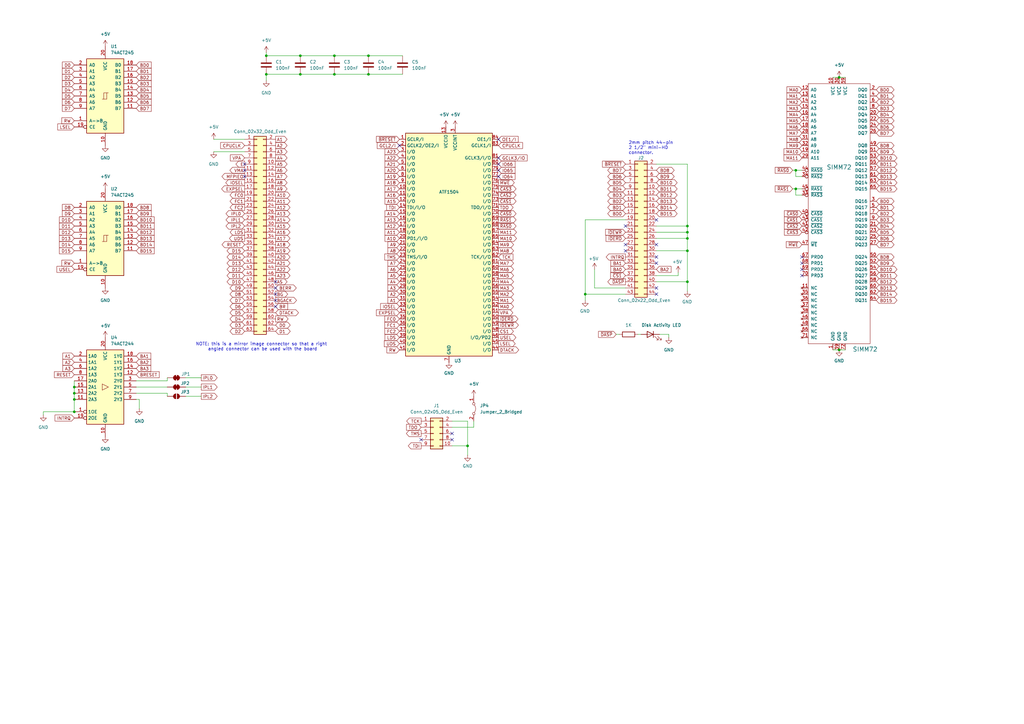
<source format=kicad_sch>
(kicad_sch (version 20231120) (generator "eeschema") (generator_version "8.0")
  (paper "A3")
  (title_block (title "ROSCO-IDE-DRAM") (date "2024-04-21") (company "Malcolm Harrow, MIT license, from work by Mark Murray"))
  (junction (at 123.19 30.48))
  (junction (at 281.94 102.87))
  (junction (at 109.22 30.48))
  (junction (at 123.19 22.86))
  (junction (at 344.17 143.51))
  (junction (at 30.48 161.29))
  (junction (at 151.13 30.48))
  (junction (at 326.39 77.47))
  (junction (at 30.48 158.75))
  (junction (at 109.22 22.86))
  (junction (at 137.16 30.48))
  (junction (at 281.94 115.57))
  (junction (at 281.94 97.79))
  (junction (at 281.94 92.71))
  (junction (at 191.77 182.88))
  (junction (at 151.13 22.86))
  (junction (at 326.39 69.85))
  (junction (at 30.48 168.91))
  (junction (at 137.16 22.86))
  (junction (at 344.17 31.75))
  (junction (at 240.03 120.65))
  (junction (at 30.48 163.83))
  (junction (at 281.94 95.25))
  (no_connect (at 163.83 59.69))
  (no_connect (at 269.24 120.65))
  (no_connect (at 269.24 105.41))
  (no_connect (at 204.47 69.85))
  (no_connect (at 100.33 67.31))
  (no_connect (at 113.03 123.19))
  (no_connect (at 328.93 107.95))
  (no_connect (at 269.24 118.11))
  (no_connect (at 256.54 92.71))
  (no_connect (at 113.03 115.57))
  (no_connect (at 269.24 107.95))
  (no_connect (at 172.72 180.34))
  (no_connect (at 256.54 102.87))
  (no_connect (at 113.03 118.11))
  (no_connect (at 100.33 72.39))
  (no_connect (at 256.54 100.33))
  (no_connect (at 328.93 105.41))
  (no_connect (at 100.33 69.85))
  (no_connect (at 113.03 125.73))
  (no_connect (at 185.42 180.34))
  (no_connect (at 269.24 100.33))
  (no_connect (at 204.47 64.77))
  (no_connect (at 269.24 90.17))
  (no_connect (at 328.93 110.49))
  (no_connect (at 204.47 67.31))
  (no_connect (at 185.42 177.8))
  (no_connect (at 204.47 72.39))
  (no_connect (at 113.03 120.65))
  (no_connect (at 328.93 113.03))
  (no_connect (at 204.47 57.15))
  (wire (pts (xy 262.89 137.16) (xy 261.62 137.16)))
  (wire (pts (xy 341.63 31.75) (xy 344.17 31.75)))
  (wire (pts (xy 344.17 31.75) (xy 346.71 31.75)))
  (wire (pts (xy 269.24 95.25) (xy 281.94 95.25)))
  (wire (pts (xy 68.58 161.29) (xy 55.88 161.29)))
  (wire (pts (xy 30.48 161.29) (xy 30.48 163.83)))
  (wire (pts (xy 326.39 80.01) (xy 328.93 80.01)))
  (wire (pts (xy 137.16 30.48) (xy 151.13 30.48)))
  (wire (pts (xy 68.58 162.56) (xy 68.58 161.29)))
  (wire (pts (xy 76.2 162.56) (xy 82.55 162.56)))
  (wire (pts (xy 281.94 97.79) (xy 281.94 102.87)))
  (wire (pts (xy 281.94 92.71) (xy 281.94 67.31)))
  (wire (pts (xy 30.48 168.91) (xy 17.78 168.91)))
  (wire (pts (xy 240.03 120.65) (xy 240.03 123.19)))
  (wire (pts (xy 281.94 115.57) (xy 281.94 119.38)))
  (wire (pts (xy 252.73 137.16) (xy 254 137.16)))
  (wire (pts (xy 68.58 154.94) (xy 68.58 156.21)))
  (wire (pts (xy 269.24 97.79) (xy 281.94 97.79)))
  (wire (pts (xy 151.13 30.48) (xy 165.1 30.48)))
  (wire (pts (xy 328.93 77.47) (xy 326.39 77.47)))
  (wire (pts (xy 269.24 92.71) (xy 281.94 92.71)))
  (wire (pts (xy 109.22 21.59) (xy 109.22 22.86)))
  (wire (pts (xy 123.19 22.86) (xy 137.16 22.86)))
  (wire (pts (xy 256.54 120.65) (xy 240.03 120.65)))
  (wire (pts (xy 243.84 110.49) (xy 243.84 118.11)))
  (wire (pts (xy 281.94 95.25) (xy 281.94 92.71)))
  (wire (pts (xy 269.24 102.87) (xy 281.94 102.87)))
  (wire (pts (xy 68.58 156.21) (xy 55.88 156.21)))
  (wire (pts (xy 325.12 69.85) (xy 326.39 69.85)))
  (wire (pts (xy 325.12 77.47) (xy 326.39 77.47)))
  (wire (pts (xy 326.39 77.47) (xy 326.39 80.01)))
  (wire (pts (xy 328.93 72.39) (xy 326.39 72.39)))
  (wire (pts (xy 30.48 158.75) (xy 30.48 161.29)))
  (wire (pts (xy 137.16 22.86) (xy 151.13 22.86)))
  (wire (pts (xy 269.24 115.57) (xy 281.94 115.57)))
  (wire (pts (xy 278.13 113.03) (xy 278.13 111.76)))
  (wire (pts (xy 243.84 118.11) (xy 256.54 118.11)))
  (wire (pts (xy 55.88 158.75) (xy 68.58 158.75)))
  (wire (pts (xy 109.22 22.86) (xy 123.19 22.86)))
  (wire (pts (xy 194.31 175.26) (xy 185.42 175.26)))
  (wire (pts (xy 76.2 158.75) (xy 82.55 158.75)))
  (wire (pts (xy 30.48 156.21) (xy 30.48 158.75)))
  (wire (pts (xy 17.78 168.91) (xy 17.78 170.18)))
  (wire (pts (xy 344.17 143.51) (xy 346.71 143.51)))
  (wire (pts (xy 270.51 137.16) (xy 274.32 137.16)))
  (wire (pts (xy 281.94 67.31) (xy 269.24 67.31)))
  (wire (pts (xy 274.32 137.16) (xy 274.32 138.43)))
  (wire (pts (xy 109.22 30.48) (xy 109.22 33.02)))
  (wire (pts (xy 76.2 154.94) (xy 82.55 154.94)))
  (wire (pts (xy 281.94 115.57) (xy 281.94 102.87)))
  (wire (pts (xy 281.94 97.79) (xy 281.94 95.25)))
  (wire (pts (xy 55.88 163.83) (xy 57.15 163.83)))
  (wire (pts (xy 326.39 72.39) (xy 326.39 69.85)))
  (wire (pts (xy 191.77 182.88) (xy 191.77 186.69)))
  (wire (pts (xy 194.31 172.72) (xy 194.31 175.26)))
  (wire (pts (xy 256.54 90.17) (xy 240.03 90.17)))
  (wire (pts (xy 100.33 62.23) (xy 87.63 62.23)))
  (wire (pts (xy 191.77 172.72) (xy 191.77 182.88)))
  (wire (pts (xy 100.33 57.15) (xy 87.63 57.15)))
  (wire (pts (xy 326.39 69.85) (xy 328.93 69.85)))
  (wire (pts (xy 240.03 90.17) (xy 240.03 120.65)))
  (wire (pts (xy 341.63 143.51) (xy 344.17 143.51)))
  (wire (pts (xy 269.24 113.03) (xy 278.13 113.03)))
  (wire (pts (xy 185.42 182.88) (xy 191.77 182.88)))
  (wire (pts (xy 123.19 30.48) (xy 137.16 30.48)))
  (wire (pts (xy 57.15 167.64) (xy 57.15 163.83)))
  (wire (pts (xy 30.48 163.83) (xy 30.48 168.91)))
  (wire (pts (xy 109.22 30.48) (xy 123.19 30.48)))
  (wire (pts (xy 185.42 172.72) (xy 191.77 172.72)))
  (wire (pts (xy 151.13 22.86) (xy 165.1 22.86)))
  (text "2mm pitch 44-pin\n2 1/2\" mini-HD\nconnector." (at 257.81 63.5 0) (effects (font (size 1.27 1.27)) (justify left bottom)))
  (text "NOTE: this is a mirror image connector so that a right \nangled connector can be used with the board" (at 107.696 142.24 0) (effects (font (size 1.27 1.27))))
  (global_label "GCL2{slash}I" (shape input) (at 163.83 59.69 180) (property "Intersheetrefs" "${INTERSHEET_REFS}" (effects (hide yes))))
  (global_label "D0" (shape bidirectional) (at 113.03 133.35 0) (property "Intersheetrefs" "${INTERSHEET_REFS}" (effects (hide yes))))
  (global_label "BD1" (shape bidirectional) (at 359.41 39.37 0) (property "Intersheetrefs" "${INTERSHEET_REFS}" (effects (hide yes))))
  (global_label "UDS" (shape input) (at 163.83 140.97 180) (property "Intersheetrefs" "${INTERSHEET_REFS}" (effects (hide yes))))
  (global_label "BA3" (shape input) (at 55.88 151.13 0) (property "Intersheetrefs" "${INTERSHEET_REFS}" (effects (hide yes))))
  (global_label "IO65" (shape input) (at 204.47 69.85 0) (property "Intersheetrefs" "${INTERSHEET_REFS}" (effects (hide yes))))
  (global_label "BD7" (shape bidirectional) (at 256.54 69.85 180) (property "Intersheetrefs" "${INTERSHEET_REFS}" (effects (hide yes))))
  (global_label "TCK" (shape output) (at 172.72 172.72 180) (property "Intersheetrefs" "${INTERSHEET_REFS}" (effects (hide yes))))
  (global_label "D11" (shape bidirectional) (at 100.33 113.03 180) (property "Intersheetrefs" "${INTERSHEET_REFS}" (effects (hide yes))))
  (global_label "~{RAS1}" (shape output) (at 204.47 90.17 0) (property "Intersheetrefs" "${INTERSHEET_REFS}" (effects (hide yes))))
  (global_label "A3" (shape input) (at 163.83 118.11 180) (property "Intersheetrefs" "${INTERSHEET_REFS}" (effects (hide yes))))
  (global_label "D14" (shape bidirectional) (at 100.33 105.41 180) (property "Intersheetrefs" "${INTERSHEET_REFS}" (effects (hide yes))))
  (global_label "~{DASP}" (shape output) (at 256.54 115.57 180) (property "Intersheetrefs" "${INTERSHEET_REFS}" (effects (hide yes))))
  (global_label "FC1" (shape input) (at 163.83 133.35 180) (property "Intersheetrefs" "${INTERSHEET_REFS}" (effects (hide yes))))
  (global_label "MA5" (shape input) (at 328.93 49.53 180) (property "Intersheetrefs" "${INTERSHEET_REFS}" (effects (hide yes))))
  (global_label "A16" (shape input) (at 163.83 80.01 180) (property "Intersheetrefs" "${INTERSHEET_REFS}" (effects (hide yes))))
  (global_label "BGACK" (shape output) (at 113.03 123.19 0) (property "Intersheetrefs" "${INTERSHEET_REFS}" (effects (hide yes))))
  (global_label "~{CAS2}" (shape input) (at 328.93 92.71 180) (property "Intersheetrefs" "${INTERSHEET_REFS}" (effects (hide yes))))
  (global_label "A10" (shape output) (at 113.03 80.01 0) (property "Intersheetrefs" "${INTERSHEET_REFS}" (effects (hide yes))))
  (global_label "A20" (shape input) (at 163.83 69.85 180) (property "Intersheetrefs" "${INTERSHEET_REFS}" (effects (hide yes))))
  (global_label "BD3" (shape bidirectional) (at 256.54 80.01 180) (property "Intersheetrefs" "${INTERSHEET_REFS}" (effects (hide yes))))
  (global_label "A9" (shape input) (at 163.83 100.33 180) (property "Intersheetrefs" "${INTERSHEET_REFS}" (effects (hide yes))))
  (global_label "FC1" (shape output) (at 100.33 82.55 180) (property "Intersheetrefs" "${INTERSHEET_REFS}" (effects (hide yes))))
  (global_label "RW" (shape input) (at 30.48 49.53 180) (property "Intersheetrefs" "${INTERSHEET_REFS}" (effects (hide yes))))
  (global_label "MA6" (shape output) (at 204.47 110.49 0) (property "Intersheetrefs" "${INTERSHEET_REFS}" (effects (hide yes))))
  (global_label "RW" (shape input) (at 30.48 107.95 180) (property "Intersheetrefs" "${INTERSHEET_REFS}" (effects (hide yes))))
  (global_label "BRESET" (shape input) (at 55.88 153.67 0) (property "Intersheetrefs" "${INTERSHEET_REFS}" (effects (hide yes))))
  (global_label "IOSEL" (shape input) (at 163.83 125.73 180) (property "Intersheetrefs" "${INTERSHEET_REFS}" (effects (hide yes))))
  (global_label "~{RAS1}" (shape input) (at 325.12 77.47 180) (property "Intersheetrefs" "${INTERSHEET_REFS}" (effects (hide yes))))
  (global_label "A14" (shape input) (at 163.83 87.63 180) (property "Intersheetrefs" "${INTERSHEET_REFS}" (effects (hide yes))))
  (global_label "BD12" (shape bidirectional) (at 359.41 115.57 0) (property "Intersheetrefs" "${INTERSHEET_REFS}" (effects (hide yes))))
  (global_label "MA9" (shape output) (at 204.47 100.33 0) (property "Intersheetrefs" "${INTERSHEET_REFS}" (effects (hide yes))))
  (global_label "TDO" (shape output) (at 204.47 85.09 0) (property "Intersheetrefs" "${INTERSHEET_REFS}" (effects (hide yes))))
  (global_label "A5" (shape input) (at 163.83 113.03 180) (property "Intersheetrefs" "${INTERSHEET_REFS}" (effects (hide yes))))
  (global_label "EXPSEL" (shape input) (at 163.83 128.27 180) (property "Intersheetrefs" "${INTERSHEET_REFS}" (effects (hide yes))))
  (global_label "A5" (shape output) (at 113.03 67.31 0) (property "Intersheetrefs" "${INTERSHEET_REFS}" (effects (hide yes))))
  (global_label "BD0" (shape bidirectional) (at 256.54 87.63 180) (property "Intersheetrefs" "${INTERSHEET_REFS}" (effects (hide yes))))
  (global_label "D3" (shape bidirectional) (at 100.33 133.35 180) (property "Intersheetrefs" "${INTERSHEET_REFS}" (effects (hide yes))))
  (global_label "MA4" (shape output) (at 204.47 115.57 0) (property "Intersheetrefs" "${INTERSHEET_REFS}" (effects (hide yes))))
  (global_label "A1" (shape input) (at 163.83 123.19 180) (property "Intersheetrefs" "${INTERSHEET_REFS}" (effects (hide yes))))
  (global_label "IOSEL" (shape output) (at 100.33 74.93 180) (property "Intersheetrefs" "${INTERSHEET_REFS}" (effects (hide yes))))
  (global_label "BD3" (shape bidirectional) (at 359.41 44.45 0) (property "Intersheetrefs" "${INTERSHEET_REFS}" (effects (hide yes))))
  (global_label "BA2" (shape input) (at 269.24 110.49 0) (property "Intersheetrefs" "${INTERSHEET_REFS}" (effects (hide yes))))
  (global_label "A8" (shape output) (at 113.03 74.93 0) (property "Intersheetrefs" "${INTERSHEET_REFS}" (effects (hide yes))))
  (global_label "LSEL" (shape input) (at 30.48 52.07 180) (property "Intersheetrefs" "${INTERSHEET_REFS}" (effects (hide yes))))
  (global_label "IPL0" (shape tri_state) (at 100.33 87.63 180) (property "Intersheetrefs" "${INTERSHEET_REFS}" (effects (hide yes))))
  (global_label "CPUCLK" (shape input) (at 204.47 59.69 0) (property "Intersheetrefs" "${INTERSHEET_REFS}" (effects (hide yes))))
  (global_label "~{CAS3}" (shape input) (at 328.93 95.25 180) (property "Intersheetrefs" "${INTERSHEET_REFS}" (effects (hide yes))))
  (global_label "D4" (shape input) (at 30.48 36.83 180) (property "Intersheetrefs" "${INTERSHEET_REFS}" (effects (hide yes))))
  (global_label "A9" (shape output) (at 113.03 77.47 0) (property "Intersheetrefs" "${INTERSHEET_REFS}" (effects (hide yes))))
  (global_label "IPL2" (shape output) (at 82.55 162.56 0) (property "Intersheetrefs" "${INTERSHEET_REFS}" (effects (hide yes))))
  (global_label "A16" (shape output) (at 113.03 95.25 0) (property "Intersheetrefs" "${INTERSHEET_REFS}" (effects (hide yes))))
  (global_label "BR" (shape input) (at 113.03 125.73 0) (property "Intersheetrefs" "${INTERSHEET_REFS}" (effects (hide yes))))
  (global_label "MA4" (shape input) (at 328.93 46.99 180) (property "Intersheetrefs" "${INTERSHEET_REFS}" (effects (hide yes))))
  (global_label "D6" (shape bidirectional) (at 100.33 125.73 180) (property "Intersheetrefs" "${INTERSHEET_REFS}" (effects (hide yes))))
  (global_label "VPA" (shape input) (at 100.33 64.77 180) (property "Intersheetrefs" "${INTERSHEET_REFS}" (effects (hide yes))))
  (global_label "IO66" (shape input) (at 204.47 67.31 0) (property "Intersheetrefs" "${INTERSHEET_REFS}" (effects (hide yes))))
  (global_label "MA7" (shape output) (at 204.47 107.95 0) (property "Intersheetrefs" "${INTERSHEET_REFS}" (effects (hide yes))))
  (global_label "BA0" (shape input) (at 256.54 110.49 180) (property "Intersheetrefs" "${INTERSHEET_REFS}" (effects (hide yes))))
  (global_label "BD7" (shape bidirectional) (at 359.41 54.61 0) (property "Intersheetrefs" "${INTERSHEET_REFS}" (effects (hide yes))))
  (global_label "BD12" (shape bidirectional) (at 359.41 69.85 0) (property "Intersheetrefs" "${INTERSHEET_REFS}" (effects (hide yes))))
  (global_label "BD10" (shape bidirectional) (at 269.24 74.93 0) (property "Intersheetrefs" "${INTERSHEET_REFS}" (effects (hide yes))))
  (global_label "BD11" (shape bidirectional) (at 359.41 67.31 0) (property "Intersheetrefs" "${INTERSHEET_REFS}" (effects (hide yes))))
  (global_label "BD0" (shape input) (at 55.88 26.67 0) (property "Intersheetrefs" "${INTERSHEET_REFS}" (effects (hide yes))))
  (global_label "D15" (shape bidirectional) (at 100.33 102.87 180) (property "Intersheetrefs" "${INTERSHEET_REFS}" (effects (hide yes))))
  (global_label "BD14" (shape bidirectional) (at 359.41 120.65 0) (property "Intersheetrefs" "${INTERSHEET_REFS}" (effects (hide yes))))
  (global_label "~{BRESET}" (shape input) (at 256.54 67.31 180) (property "Intersheetrefs" "${INTERSHEET_REFS}" (effects (hide yes))))
  (global_label "~{CS1}" (shape input) (at 256.54 113.03 180) (property "Intersheetrefs" "${INTERSHEET_REFS}" (effects (hide yes))))
  (global_label "~{IDEWR}" (shape output) (at 204.47 133.35 0) (property "Intersheetrefs" "${INTERSHEET_REFS}" (effects (hide yes))))
  (global_label "RESET" (shape bidirectional) (at 100.33 100.33 180) (property "Intersheetrefs" "${INTERSHEET_REFS}" (effects (hide yes))))
  (global_label "~{DASP}" (shape input) (at 252.73 137.16 180) (property "Intersheetrefs" "${INTERSHEET_REFS}" (effects (hide yes))))
  (global_label "USEL" (shape input) (at 30.48 110.49 180) (property "Intersheetrefs" "${INTERSHEET_REFS}" (effects (hide yes))))
  (global_label "A20" (shape output) (at 113.03 105.41 0) (property "Intersheetrefs" "${INTERSHEET_REFS}" (effects (hide yes))))
  (global_label "VPA" (shape output) (at 204.47 128.27 0) (property "Intersheetrefs" "${INTERSHEET_REFS}" (effects (hide yes))))
  (global_label "A23" (shape input) (at 163.83 62.23 180) (property "Intersheetrefs" "${INTERSHEET_REFS}" (effects (hide yes))))
  (global_label "BD5" (shape input) (at 55.88 39.37 0) (property "Intersheetrefs" "${INTERSHEET_REFS}" (effects (hide yes))))
  (global_label "A19" (shape input) (at 163.83 72.39 180) (property "Intersheetrefs" "${INTERSHEET_REFS}" (effects (hide yes))))
  (global_label "BG" (shape output) (at 113.03 120.65 0) (property "Intersheetrefs" "${INTERSHEET_REFS}" (effects (hide yes))))
  (global_label "D12" (shape bidirectional) (at 100.33 110.49 180) (property "Intersheetrefs" "${INTERSHEET_REFS}" (effects (hide yes))))
  (global_label "MA11" (shape input) (at 328.93 64.77 180) (property "Intersheetrefs" "${INTERSHEET_REFS}" (effects (hide yes))))
  (global_label "BD8" (shape bidirectional) (at 359.41 59.69 0) (property "Intersheetrefs" "${INTERSHEET_REFS}" (effects (hide yes))))
  (global_label "D5" (shape bidirectional) (at 100.33 128.27 180) (property "Intersheetrefs" "${INTERSHEET_REFS}" (effects (hide yes))))
  (global_label "MA1" (shape input) (at 328.93 39.37 180) (property "Intersheetrefs" "${INTERSHEET_REFS}" (effects (hide yes))))
  (global_label "EXPSEL" (shape output) (at 100.33 77.47 180) (property "Intersheetrefs" "${INTERSHEET_REFS}" (effects (hide yes))))
  (global_label "IPL0" (shape output) (at 82.55 154.94 0) (property "Intersheetrefs" "${INTERSHEET_REFS}" (effects (hide yes))))
  (global_label "MA8" (shape output) (at 204.47 102.87 0) (property "Intersheetrefs" "${INTERSHEET_REFS}" (effects (hide yes))))
  (global_label "BD1" (shape input) (at 55.88 29.21 0) (property "Intersheetrefs" "${INTERSHEET_REFS}" (effects (hide yes))))
  (global_label "A19" (shape output) (at 113.03 102.87 0) (property "Intersheetrefs" "${INTERSHEET_REFS}" (effects (hide yes))))
  (global_label "A11" (shape output) (at 113.03 82.55 0) (property "Intersheetrefs" "${INTERSHEET_REFS}" (effects (hide yes))))
  (global_label "A11" (shape input) (at 163.83 95.25 180) (property "Intersheetrefs" "${INTERSHEET_REFS}" (effects (hide yes))))
  (global_label "BD11" (shape bidirectional) (at 269.24 77.47 0) (property "Intersheetrefs" "${INTERSHEET_REFS}" (effects (hide yes))))
  (global_label "LDS" (shape output) (at 100.33 95.25 180) (property "Intersheetrefs" "${INTERSHEET_REFS}" (effects (hide yes))))
  (global_label "LSEL" (shape output) (at 204.47 140.97 0) (property "Intersheetrefs" "${INTERSHEET_REFS}" (effects (hide yes))))
  (global_label "MA0" (shape input) (at 328.93 36.83 180) (property "Intersheetrefs" "${INTERSHEET_REFS}" (effects (hide yes))))
  (global_label "BD1" (shape bidirectional) (at 359.41 85.09 0) (property "Intersheetrefs" "${INTERSHEET_REFS}" (effects (hide yes))))
  (global_label "A3" (shape input) (at 30.48 151.13 180) (property "Intersheetrefs" "${INTERSHEET_REFS}" (effects (hide yes))))
  (global_label "D12" (shape input) (at 30.48 95.25 180) (property "Intersheetrefs" "${INTERSHEET_REFS}" (effects (hide yes))))
  (global_label "BD15" (shape input) (at 55.88 102.87 0) (property "Intersheetrefs" "${INTERSHEET_REFS}" (effects (hide yes))))
  (global_label "D9" (shape input) (at 30.48 87.63 180) (property "Intersheetrefs" "${INTERSHEET_REFS}" (effects (hide yes))))
  (global_label "D11" (shape input) (at 30.48 92.71 180) (property "Intersheetrefs" "${INTERSHEET_REFS}" (effects (hide yes))))
  (global_label "BD7" (shape bidirectional) (at 359.41 100.33 0) (property "Intersheetrefs" "${INTERSHEET_REFS}" (effects (hide yes))))
  (global_label "TDI" (shape input) (at 163.83 85.09 180) (property "Intersheetrefs" "${INTERSHEET_REFS}" (effects (hide yes))))
  (global_label "A4" (shape input) (at 163.83 115.57 180) (property "Intersheetrefs" "${INTERSHEET_REFS}" (effects (hide yes))))
  (global_label "IO64" (shape input) (at 204.47 72.39 0) (property "Intersheetrefs" "${INTERSHEET_REFS}" (effects (hide yes))))
  (global_label "FC0" (shape input) (at 163.83 130.81 180) (property "Intersheetrefs" "${INTERSHEET_REFS}" (effects (hide yes))))
  (global_label "~{CAS3}" (shape output) (at 204.47 77.47 0) (property "Intersheetrefs" "${INTERSHEET_REFS}" (effects (hide yes))))
  (global_label "MA1" (shape output) (at 204.47 123.19 0) (property "Intersheetrefs" "${INTERSHEET_REFS}" (effects (hide yes))))
  (global_label "BD8" (shape input) (at 55.88 85.09 0) (property "Intersheetrefs" "${INTERSHEET_REFS}" (effects (hide yes))))
  (global_label "BD11" (shape input) (at 55.88 92.71 0) (property "Intersheetrefs" "${INTERSHEET_REFS}" (effects (hide yes))))
  (global_label "DTACK" (shape output) (at 204.47 143.51 0) (property "Intersheetrefs" "${INTERSHEET_REFS}" (effects (hide yes))))
  (global_label "A15" (shape output) (at 113.03 92.71 0) (property "Intersheetrefs" "${INTERSHEET_REFS}" (effects (hide yes))))
  (global_label "OE1{slash}I" (shape input) (at 204.47 57.15 0) (property "Intersheetrefs" "${INTERSHEET_REFS}" (effects (hide yes))))
  (global_label "A3" (shape output) (at 113.03 62.23 0) (property "Intersheetrefs" "${INTERSHEET_REFS}" (effects (hide yes))))
  (global_label "D7" (shape input) (at 30.48 44.45 180) (property "Intersheetrefs" "${INTERSHEET_REFS}" (effects (hide yes))))
  (global_label "UDS" (shape output) (at 100.33 97.79 180) (property "Intersheetrefs" "${INTERSHEET_REFS}" (effects (hide yes))))
  (global_label "A18" (shape input) (at 163.83 74.93 180) (property "Intersheetrefs" "${INTERSHEET_REFS}" (effects (hide yes))))
  (global_label "IPL1" (shape output) (at 82.55 158.75 0) (property "Intersheetrefs" "${INTERSHEET_REFS}" (effects (hide yes))))
  (global_label "A14" (shape output) (at 113.03 90.17 0) (property "Intersheetrefs" "${INTERSHEET_REFS}" (effects (hide yes))))
  (global_label "~{IDERD}" (shape output) (at 204.47 130.81 0) (property "Intersheetrefs" "${INTERSHEET_REFS}" (effects (hide yes))))
  (global_label "~{RAS0}" (shape output) (at 204.47 92.71 0) (property "Intersheetrefs" "${INTERSHEET_REFS}" (effects (hide yes))))
  (global_label "MA10" (shape input) (at 328.93 62.23 180) (property "Intersheetrefs" "${INTERSHEET_REFS}" (effects (hide yes))))
  (global_label "BD9" (shape input) (at 55.88 87.63 0) (property "Intersheetrefs" "${INTERSHEET_REFS}" (effects (hide yes))))
  (global_label "~{MWE}" (shape input) (at 328.93 100.33 180) (property "Intersheetrefs" "${INTERSHEET_REFS}" (effects (hide yes))))
  (global_label "LDS" (shape input) (at 163.83 138.43 180) (property "Intersheetrefs" "${INTERSHEET_REFS}" (effects (hide yes))))
  (global_label "BD10" (shape bidirectional) (at 359.41 110.49 0) (property "Intersheetrefs" "${INTERSHEET_REFS}" (effects (hide yes))))
  (global_label "MA10" (shape output) (at 204.47 97.79 0) (property "Intersheetrefs" "${INTERSHEET_REFS}" (effects (hide yes))))
  (global_label "INTRQ" (shape output) (at 256.54 105.41 180) (property "Intersheetrefs" "${INTERSHEET_REFS}" (effects (hide yes))))
  (global_label "BD4" (shape input) (at 55.88 36.83 0) (property "Intersheetrefs" "${INTERSHEET_REFS}" (effects (hide yes))))
  (global_label "~{RAS0}" (shape input) (at 325.12 69.85 180) (property "Intersheetrefs" "${INTERSHEET_REFS}" (effects (hide yes))))
  (global_label "A7" (shape input) (at 163.83 107.95 180) (property "Intersheetrefs" "${INTERSHEET_REFS}" (effects (hide yes))))
  (global_label "TMS" (shape output) (at 172.72 177.8 180) (property "Intersheetrefs" "${INTERSHEET_REFS}" (effects (hide yes))))
  (global_label "A21" (shape input) (at 163.83 67.31 180) (property "Intersheetrefs" "${INTERSHEET_REFS}" (effects (hide yes))))
  (global_label "BD0" (shape bidirectional) (at 359.41 36.83 0) (property "Intersheetrefs" "${INTERSHEET_REFS}" (effects (hide yes))))
  (global_label "MA3" (shape input) (at 328.93 44.45 180) (property "Intersheetrefs" "${INTERSHEET_REFS}" (effects (hide yes))))
  (global_label "BD13" (shape input) (at 55.88 97.79 0) (property "Intersheetrefs" "${INTERSHEET_REFS}" (effects (hide yes))))
  (global_label "A6" (shape input) (at 163.83 110.49 180) (property "Intersheetrefs" "${INTERSHEET_REFS}" (effects (hide yes))))
  (global_label "D8" (shape input) (at 30.48 85.09 180) (property "Intersheetrefs" "${INTERSHEET_REFS}" (effects (hide yes))))
  (global_label "MA0" (shape output) (at 204.47 125.73 0) (property "Intersheetrefs" "${INTERSHEET_REFS}" (effects (hide yes))))
  (global_label "D2" (shape input) (at 30.48 31.75 180) (property "Intersheetrefs" "${INTERSHEET_REFS}" (effects (hide yes))))
  (global_label "BD15" (shape bidirectional) (at 359.41 77.47 0) (property "Intersheetrefs" "${INTERSHEET_REFS}" (effects (hide yes))))
  (global_label "BD14" (shape bidirectional) (at 269.24 85.09 0) (property "Intersheetrefs" "${INTERSHEET_REFS}" (effects (hide yes))))
  (global_label "BD2" (shape bidirectional) (at 359.41 87.63 0) (property "Intersheetrefs" "${INTERSHEET_REFS}" (effects (hide yes))))
  (global_label "FC2" (shape input) (at 163.83 135.89 180) (property "Intersheetrefs" "${INTERSHEET_REFS}" (effects (hide yes))))
  (global_label "A2" (shape input) (at 163.83 120.65 180) (property "Intersheetrefs" "${INTERSHEET_REFS}" (effects (hide yes))))
  (global_label "A1" (shape input) (at 30.48 146.05 180) (property "Intersheetrefs" "${INTERSHEET_REFS}" (effects (hide yes))))
  (global_label "A12" (shape output) (at 113.03 85.09 0) (property "Intersheetrefs" "${INTERSHEET_REFS}" (effects (hide yes))))
  (global_label "BD8" (shape bidirectional) (at 359.41 105.41 0) (property "Intersheetrefs" "${INTERSHEET_REFS}" (effects (hide yes))))
  (global_label "~{IDERD}" (shape input) (at 256.54 97.79 180) (property "Intersheetrefs" "${INTERSHEET_REFS}" (effects (hide yes))))
  (global_label "BA2" (shape input) (at 55.88 148.59 0) (property "Intersheetrefs" "${INTERSHEET_REFS}" (effects (hide yes))))
  (global_label "CPUCLK" (shape input) (at 100.33 59.69 180) (property "Intersheetrefs" "${INTERSHEET_REFS}" (effects (hide yes))))
  (global_label "TDO" (shape input) (at 172.72 175.26 180) (property "Intersheetrefs" "${INTERSHEET_REFS}" (effects (hide yes))))
  (global_label "A4" (shape output) (at 113.03 64.77 0) (property "Intersheetrefs" "${INTERSHEET_REFS}" (effects (hide yes))))
  (global_label "D7" (shape bidirectional) (at 100.33 123.19 180) (property "Intersheetrefs" "${INTERSHEET_REFS}" (effects (hide yes))))
  (global_label "MA3" (shape output) (at 204.47 118.11 0) (property "Intersheetrefs" "${INTERSHEET_REFS}" (effects (hide yes))))
  (global_label "~{BRESET}" (shape input) (at 163.83 57.15 180) (property "Intersheetrefs" "${INTERSHEET_REFS}" (effects (hide yes))))
  (global_label "A22" (shape output) (at 113.03 110.49 0) (property "Intersheetrefs" "${INTERSHEET_REFS}" (effects (hide yes))))
  (global_label "A17" (shape output) (at 113.03 97.79 0) (property "Intersheetrefs" "${INTERSHEET_REFS}" (effects (hide yes))))
  (global_label "~{CAS0}" (shape input) (at 328.93 87.63 180) (property "Intersheetrefs" "${INTERSHEET_REFS}" (effects (hide yes))))
  (global_label "A17" (shape input) (at 163.83 77.47 180) (property "Intersheetrefs" "${INTERSHEET_REFS}" (effects (hide yes))))
  (global_label "MA11" (shape output) (at 204.47 95.25 0) (property "Intersheetrefs" "${INTERSHEET_REFS}" (effects (hide yes))))
  (global_label "AS" (shape output) (at 113.03 115.57 0) (property "Intersheetrefs" "${INTERSHEET_REFS}" (effects (hide yes))))
  (global_label "D10" (shape input) (at 30.48 90.17 180) (property "Intersheetrefs" "${INTERSHEET_REFS}" (effects (hide yes))))
  (global_label "BD15" (shape bidirectional) (at 269.24 87.63 0) (property "Intersheetrefs" "${INTERSHEET_REFS}" (effects (hide yes))))
  (global_label "A6" (shape output) (at 113.03 69.85 0) (property "Intersheetrefs" "${INTERSHEET_REFS}" (effects (hide yes))))
  (global_label "BD13" (shape bidirectional) (at 359.41 72.39 0) (property "Intersheetrefs" "${INTERSHEET_REFS}" (effects (hide yes))))
  (global_label "BD8" (shape bidirectional) (at 269.24 69.85 0) (property "Intersheetrefs" "${INTERSHEET_REFS}" (effects (hide yes))))
  (global_label "VMA" (shape output) (at 100.33 69.85 180) (property "Intersheetrefs" "${INTERSHEET_REFS}" (effects (hide yes))))
  (global_label "BA1" (shape input) (at 256.54 107.95 180) (property "Intersheetrefs" "${INTERSHEET_REFS}" (effects (hide yes))))
  (global_label "A22" (shape input) (at 163.83 64.77 180) (property "Intersheetrefs" "${INTERSHEET_REFS}" (effects (hide yes))))
  (global_label "BD9" (shape bidirectional) (at 269.24 72.39 0) (property "Intersheetrefs" "${INTERSHEET_REFS}" (effects (hide yes))))
  (global_label "A8" (shape input) (at 163.83 102.87 180) (property "Intersheetrefs" "${INTERSHEET_REFS}" (effects (hide yes))))
  (global_label "D5" (shape input) (at 30.48 39.37 180) (property "Intersheetrefs" "${INTERSHEET_REFS}" (effects (hide yes))))
  (global_label "RW" (shape output) (at 113.03 130.81 0) (property "Intersheetrefs" "${INTERSHEET_REFS}" (effects (hide yes))))
  (global_label "BD3" (shape bidirectional) (at 359.41 90.17 0) (property "Intersheetrefs" "${INTERSHEET_REFS}" (effects (hide yes))))
  (global_label "MA2" (shape input) (at 328.93 41.91 180) (property "Intersheetrefs" "${INTERSHEET_REFS}" (effects (hide yes))))
  (global_label "BD4" (shape bidirectional) (at 256.54 77.47 180) (property "Intersheetrefs" "${INTERSHEET_REFS}" (effects (hide yes))))
  (global_label "E" (shape output) (at 100.33 67.31 180) (property "Intersheetrefs" "${INTERSHEET_REFS}" (effects (hide yes))))
  (global_label "~{CAS1}" (shape output) (at 204.47 82.55 0) (property "Intersheetrefs" "${INTERSHEET_REFS}" (effects (hide yes))))
  (global_label "RESET" (shape input) (at 30.48 153.67 180) (property "Intersheetrefs" "${INTERSHEET_REFS}" (effects (hide yes))))
  (global_label "D10" (shape bidirectional) (at 100.33 115.57 180) (property "Intersheetrefs" "${INTERSHEET_REFS}" (effects (hide yes))))
  (global_label "TMS" (shape input) (at 163.83 105.41 180) (property "Intersheetrefs" "${INTERSHEET_REFS}" (effects (hide yes))))
  (global_label "TDI" (shape output) (at 172.72 182.88 180) (property "Intersheetrefs" "${INTERSHEET_REFS}" (effects (hide yes))))
  (global_label "BA1" (shape input) (at 55.88 146.05 0) (property "Intersheetrefs" "${INTERSHEET_REFS}" (effects (hide yes))))
  (global_label "A2" (shape output) (at 113.03 59.69 0) (property "Intersheetrefs" "${INTERSHEET_REFS}" (effects (hide yes))))
  (global_label "MA7" (shape input) (at 328.93 54.61 180) (property "Intersheetrefs" "${INTERSHEET_REFS}" (effects (hide yes))))
  (global_label "DTACK" (shape bidirectional) (at 113.03 128.27 0) (property "Intersheetrefs" "${INTERSHEET_REFS}" (effects (hide yes))))
  (global_label "BD1" (shape bidirectional) (at 256.54 85.09 180) (property "Intersheetrefs" "${INTERSHEET_REFS}" (effects (hide yes))))
  (global_label "BD3" (shape input) (at 55.88 34.29 0) (property "Intersheetrefs" "${INTERSHEET_REFS}" (effects (hide yes))))
  (global_label "A10" (shape input) (at 163.83 97.79 180) (property "Intersheetrefs" "${INTERSHEET_REFS}" (effects (hide yes))))
  (global_label "~{CAS0}" (shape output) (at 204.47 87.63 0) (property "Intersheetrefs" "${INTERSHEET_REFS}" (effects (hide yes))))
  (global_label "RW" (shape input) (at 163.83 143.51 180) (property "Intersheetrefs" "${INTERSHEET_REFS}" (effects (hide yes))))
  (global_label "A13" (shape output) (at 113.03 87.63 0) (property "Intersheetrefs" "${INTERSHEET_REFS}" (effects (hide yes))))
  (global_label "BD12" (shape bidirectional) (at 269.24 80.01 0) (property "Intersheetrefs" "${INTERSHEET_REFS}" (effects (hide yes))))
  (global_label "TCK" (shape input) (at 204.47 105.41 0) (property "Intersheetrefs" "${INTERSHEET_REFS}" (effects (hide yes))))
  (global_label "BD6" (shape bidirectional) (at 359.41 52.07 0) (property "Intersheetrefs" "${INTERSHEET_REFS}" (effects (hide yes))))
  (global_label "BD5" (shape bidirectional) (at 256.54 74.93 180) (property "Intersheetrefs" "${INTERSHEET_REFS}" (effects (hide yes))))
  (global_label "BD14" (shape bidirectional) (at 359.41 74.93 0) (property "Intersheetrefs" "${INTERSHEET_REFS}" (effects (hide yes))))
  (global_label "MA2" (shape output) (at 204.47 120.65 0) (property "Intersheetrefs" "${INTERSHEET_REFS}" (effects (hide yes))))
  (global_label "D0" (shape input) (at 30.48 26.67 180) (property "Intersheetrefs" "${INTERSHEET_REFS}" (effects (hide yes))))
  (global_label "BD14" (shape input) (at 55.88 100.33 0) (property "Intersheetrefs" "${INTERSHEET_REFS}" (effects (hide yes))))
  (global_label "BD12" (shape input) (at 55.88 95.25 0) (property "Intersheetrefs" "${INTERSHEET_REFS}" (effects (hide yes))))
  (global_label "A2" (shape input) (at 30.48 148.59 180) (property "Intersheetrefs" "${INTERSHEET_REFS}" (effects (hide yes))))
  (global_label "~{IDEWR}" (shape input) (at 256.54 95.25 180) (property "Intersheetrefs" "${INTERSHEET_REFS}" (effects (hide yes))))
  (global_label "D15" (shape input) (at 30.48 102.87 180) (property "Intersheetrefs" "${INTERSHEET_REFS}" (effects (hide yes))))
  (global_label "D13" (shape input) (at 30.48 97.79 180) (property "Intersheetrefs" "${INTERSHEET_REFS}" (effects (hide yes))))
  (global_label "MA8" (shape input) (at 328.93 57.15 180) (property "Intersheetrefs" "${INTERSHEET_REFS}" (effects (hide yes))))
  (global_label "A13" (shape input) (at 163.83 90.17 180) (property "Intersheetrefs" "${INTERSHEET_REFS}" (effects (hide yes))))
  (global_label "BD7" (shape input) (at 55.88 44.45 0) (property "Intersheetrefs" "${INTERSHEET_REFS}" (effects (hide yes))))
  (global_label "D1" (shape input) (at 30.48 29.21 180) (property "Intersheetrefs" "${INTERSHEET_REFS}" (effects (hide yes))))
  (global_label "BD15" (shape bidirectional) (at 359.41 123.19 0) (property "Intersheetrefs" "${INTERSHEET_REFS}" (effects (hide yes))))
  (global_label "BD4" (shape bidirectional) (at 359.41 92.71 0) (property "Intersheetrefs" "${INTERSHEET_REFS}" (effects (hide yes))))
  (global_label "A7" (shape output) (at 113.03 72.39 0) (property "Intersheetrefs" "${INTERSHEET_REFS}" (effects (hide yes))))
  (global_label "~{CAS2}" (shape output) (at 204.47 80.01 0) (property "Intersheetrefs" "${INTERSHEET_REFS}" (effects (hide yes))))
  (global_label "D2" (shape bidirectional) (at 100.33 135.89 180) (property "Intersheetrefs" "${INTERSHEET_REFS}" (effects (hide yes))))
  (global_label "INTRQ" (shape input) (at 30.48 171.45 180) (property "Intersheetrefs" "${INTERSHEET_REFS}" (effects (hide yes))))
  (global_label "BD4" (shape bidirectional) (at 359.41 46.99 0) (property "Intersheetrefs" "${INTERSHEET_REFS}" (effects (hide yes))))
  (global_label "MFPIEO" (shape output) (at 100.33 72.39 180) (property "Intersheetrefs" "${INTERSHEET_REFS}" (effects (hide yes))))
  (global_label "USEL" (shape output) (at 204.47 138.43 0) (property "Intersheetrefs" "${INTERSHEET_REFS}" (effects (hide yes))))
  (global_label "MA9" (shape input) (at 328.93 59.69 180) (property "Intersheetrefs" "${INTERSHEET_REFS}" (effects (hide yes))))
  (global_label "D4" (shape bidirectional) (at 100.33 130.81 180) (property "Intersheetrefs" "${INTERSHEET_REFS}" (effects (hide yes))))
  (global_label "BD11" (shape bidirectional) (at 359.41 113.03 0) (property "Intersheetrefs" "${INTERSHEET_REFS}" (effects (hide yes))))
  (global_label "A21" (shape output) (at 113.03 107.95 0) (property "Intersheetrefs" "${INTERSHEET_REFS}" (effects (hide yes))))
  (global_label "~{CAS1}" (shape input) (at 328.93 90.17 180) (property "Intersheetrefs" "${INTERSHEET_REFS}" (effects (hide yes))))
  (global_label "IPL2" (shape tri_state) (at 100.33 92.71 180) (property "Intersheetrefs" "${INTERSHEET_REFS}" (effects (hide yes))))
  (global_label "MA6" (shape input) (at 328.93 52.07 180) (property "Intersheetrefs" "${INTERSHEET_REFS}" (effects (hide yes))))
  (global_label "D9" (shape bidirectional) (at 100.33 118.11 180) (property "Intersheetrefs" "${INTERSHEET_REFS}" (effects (hide yes))))
  (global_label "~{MWE}" (shape output) (at 204.47 74.93 0) (property "Intersheetrefs" "${INTERSHEET_REFS}" (effects (hide yes))))
  (global_label "BD9" (shape bidirectional) (at 359.41 107.95 0) (property "Intersheetrefs" "${INTERSHEET_REFS}" (effects (hide yes))))
  (global_label "BERR" (shape bidirectional) (at 113.03 118.11 0) (property "Intersheetrefs" "${INTERSHEET_REFS}" (effects (hide yes))))
  (global_label "D1" (shape bidirectional) (at 113.03 135.89 0) (property "Intersheetrefs" "${INTERSHEET_REFS}" (effects (hide yes))))
  (global_label "FC2" (shape output) (at 100.33 85.09 180) (property "Intersheetrefs" "${INTERSHEET_REFS}" (effects (hide yes))))
  (global_label "BD10" (shape bidirectional) (at 359.41 64.77 0) (property "Intersheetrefs" "${INTERSHEET_REFS}" (effects (hide yes))))
  (global_label "A12" (shape input) (at 163.83 92.71 180) (property "Intersheetrefs" "${INTERSHEET_REFS}" (effects (hide yes))))
  (global_label "BD6" (shape bidirectional) (at 256.54 72.39 180) (property "Intersheetrefs" "${INTERSHEET_REFS}" (effects (hide yes))))
  (global_label "BD0" (shape bidirectional) (at 359.41 82.55 0) (property "Intersheetrefs" "${INTERSHEET_REFS}" (effects (hide yes))))
  (global_label "MA5" (shape output) (at 204.47 113.03 0) (property "Intersheetrefs" "${INTERSHEET_REFS}" (effects (hide yes))))
  (global_label "BD2" (shape bidirectional) (at 256.54 82.55 180) (property "Intersheetrefs" "${INTERSHEET_REFS}" (effects (hide yes))))
  (global_label "GCLK3{slash}IO" (shape input) (at 204.47 64.77 0) (property "Intersheetrefs" "${INTERSHEET_REFS}" (effects (hide yes))))
  (global_label "BD6" (shape bidirectional) (at 359.41 97.79 0) (property "Intersheetrefs" "${INTERSHEET_REFS}" (effects (hide yes))))
  (global_label "BD6" (shape input) (at 55.88 41.91 0) (property "Intersheetrefs" "${INTERSHEET_REFS}" (effects (hide yes))))
  (global_label "BD13" (shape bidirectional) (at 359.41 118.11 0) (property "Intersheetrefs" "${INTERSHEET_REFS}" (effects (hide yes))))
  (global_label "D8" (shape bidirectional) (at 100.33 120.65 180) (property "Intersheetrefs" "${INTERSHEET_REFS}" (effects (hide yes))))
  (global_label "BD13" (shape bidirectional) (at 269.24 82.55 0) (property "Intersheetrefs" "${INTERSHEET_REFS}" (effects (hide yes))))
  (global_label "D6" (shape input) (at 30.48 41.91 180) (property "Intersheetrefs" "${INTERSHEET_REFS}" (effects (hide yes))))
  (global_label "A1" (shape output) (at 113.03 57.15 0) (property "Intersheetrefs" "${INTERSHEET_REFS}" (effects (hide yes))))
  (global_label "BD2" (shape bidirectional) (at 359.41 41.91 0) (property "Intersheetrefs" "${INTERSHEET_REFS}" (effects (hide yes))))
  (global_label "BD5" (shape bidirectional) (at 359.41 95.25 0) (property "Intersheetrefs" "${INTERSHEET_REFS}" (effects (hide yes))))
  (global_label "D13" (shape bidirectional) (at 100.33 107.95 180) (property "Intersheetrefs" "${INTERSHEET_REFS}" (effects (hide yes))))
  (global_label "BD9" (shape bidirectional) (at 359.41 62.23 0) (property "Intersheetrefs" "${INTERSHEET_REFS}" (effects (hide yes))))
  (global_label "A23" (shape output) (at 113.03 113.03 0) (property "Intersheetrefs" "${INTERSHEET_REFS}" (effects (hide yes))))
  (global_label "A15" (shape input) (at 163.83 82.55 180) (property "Intersheetrefs" "${INTERSHEET_REFS}" (effects (hide yes))))
  (global_label "D14" (shape input) (at 30.48 100.33 180) (property "Intersheetrefs" "${INTERSHEET_REFS}" (effects (hide yes))))
  (global_label "CS1" (shape output) (at 204.47 135.89 0) (property "Intersheetrefs" "${INTERSHEET_REFS}" (effects (hide yes))))
  (global_label "FC0" (shape output) (at 100.33 80.01 180) (property "Intersheetrefs" "${INTERSHEET_REFS}" (effects (hide yes))))
  (global_label "BD2" (shape input) (at 55.88 31.75 0) (property "Intersheetrefs" "${INTERSHEET_REFS}" (effects (hide yes))))
  (global_label "IPL1" (shape tri_state) (at 100.33 90.17 180) (property "Intersheetrefs" "${INTERSHEET_REFS}" (effects (hide yes))))
  (global_label "A18" (shape output) (at 113.03 100.33 0) (property "Intersheetrefs" "${INTERSHEET_REFS}" (effects (hide yes))))
  (global_label "BD10" (shape input) (at 55.88 90.17 0) (property "Intersheetrefs" "${INTERSHEET_REFS}" (effects (hide yes))))
  (global_label "D3" (shape input) (at 30.48 34.29 180) (property "Intersheetrefs" "${INTERSHEET_REFS}" (effects (hide yes))))
  (global_label "BD5" (shape bidirectional) (at 359.41 49.53 0) (property "Intersheetrefs" "${INTERSHEET_REFS}" (effects (hide yes))))
  (symbol (lib_id "Device:LED") (at 266.7 137.16 0) (mirror y) (unit 1)
    (property "Reference" "D1" (effects (hide yes)))
    (property "Value" "Disk Activity LED" (at 271.272 133.35 0))
    (property "Footprint" "LED_SMD:LED_0805_2012Metric_Pad1.15x1.40mm_HandSolder" (effects (hide yes)))
    (property "Description" "Light emitting diode" (effects (hide yes)))
    (property "LCSC" "C2297" (effects (hide yes)))
    (property "JLC" "0805" (effects (hide yes)))
  )
  (symbol (lib_id "Jumper:SolderJumper_2_Bridged") (at 72.39 158.75 0) (unit 1) (exclude_from_sim yes) (in_bom no)
    (property "Reference" "JP2" (at 75.946 157.226 0))
    (property "Value" "SolderJumper_2_Bridged" (effects (hide yes)))
    (property "Footprint" "Jumper:SolderJumper-2_P1.3mm_Bridged_RoundedPad1.0x1.5mm" (effects (hide yes)))
    (property "Description" "Solder Jumper, 2-pole, closed/bridged" (effects (hide yes)))
  )
  (symbol (lib_id "power:+5V") (at 194.31 162.56 0) (unit 1)
    (property "Reference" "#PWR018" (effects (hide yes)))
    (property "Value" "+5V" (at 194.31 157.48 0))
    (property "Description" "Power symbol creates a global label with name \"+5V\"" (effects (hide yes)))
  )
  (symbol (lib_id "Device:C") (at 123.19 26.67 0) (unit 1)
    (property "Reference" "C2" (at 127 25.3999 0) (effects (justify left)))
    (property "Value" "100nF" (at 127 27.9399 0) (effects (justify left)))
    (property "Footprint" "Capacitor_SMD:C_0805_2012Metric_Pad1.18x1.45mm_HandSolder" (effects (hide yes)))
    (property "Description" "Unpolarized capacitor" (effects (hide yes)))
    (property "JLC" "0805" (effects (hide yes)))
    (property "LCSC" "C49678" (effects (hide yes)))
  )
  (symbol (lib_id "power:+5V") (at 43.18 138.43 0) (unit 1)
    (property "Reference" "#PWR02" (effects (hide yes)))
    (property "Value" "+5V" (at 43.18 133.604 0))
    (property "Description" "Power symbol creates a global label with name \"+5V\"" (effects (hide yes)))
  )
  (symbol (lib_id "ata-ide-rescue:+5V-power") (at 243.84 110.49 0) (mirror y) (unit 1)
    (property "Reference" "#PWR016" (effects (hide yes)))
    (property "Value" "+5V" (at 243.459 106.0958 0))
  )
  (symbol (lib_id "Jumper:SolderJumper_2_Open") (at 72.39 162.56 0) (unit 1) (exclude_from_sim yes) (in_bom no)
    (property "Reference" "JP3" (at 75.946 160.782 0))
    (property "Value" "SolderJumper_2_Open" (effects (hide yes)))
    (property "Footprint" "Jumper:SolderJumper-2_P1.3mm_Open_RoundedPad1.0x1.5mm" (effects (hide yes)))
    (property "Description" "Solder Jumper, 2-pole, open" (effects (hide yes)))
  )
  (symbol (lib_id "ata-ide-rescue:GND-power") (at 281.94 119.38 0) (mirror y) (unit 1)
    (property "Reference" "#PWR021" (effects (hide yes)))
    (property "Value" "GND" (at 281.813 123.7742 0))
  )
  (symbol (lib_id "power:+5V") (at 182.88 52.07 0) (unit 1)
    (property "Reference" "#PWR019" (effects (hide yes)))
    (property "Value" "+5V" (at 182.118 46.99 0))
    (property "Description" "Power symbol creates a global label with name \"+5V\"" (effects (hide yes)))
  )
  (symbol (lib_id "power:GND") (at 274.32 138.43 0) (unit 1)
    (property "Reference" "#PWR026" (effects (hide yes)))
    (property "Value" "GND" (at 274.32 143.51 0))
    (property "Description" "Power symbol creates a global label with name \"GND\" , ground" (effects (hide yes)))
  )
  (symbol (lib_id "power:+5V") (at 43.18 77.47 0) (unit 1)
    (property "Reference" "#PWR01" (effects (hide yes)))
    (property "Value" "+5V" (at 43.18 72.39 0))
    (property "Description" "Power symbol creates a global label with name \"+5V\"" (effects (hide yes)))
  )
  (symbol (lib_id "power:+5V") (at 186.69 52.07 0) (unit 1)
    (property "Reference" "#PWR020" (effects (hide yes)))
    (property "Value" "+5V" (at 186.69 46.99 0))
    (property "Description" "Power symbol creates a global label with name \"+5V\"" (effects (hide yes)))
  )
  (symbol (lib_id "power:+5V") (at 43.18 19.05 0) (unit 1)
    (property "Reference" "#PWR03" (effects (hide yes)))
    (property "Value" "+5V" (at 43.18 13.97 0))
    (property "Description" "Power symbol creates a global label with name \"+5V\"" (effects (hide yes)))
  )
  (symbol (lib_id "power:GND") (at 43.18 118.11 0) (unit 1)
    (property "Reference" "#PWR06" (effects (hide yes)))
    (property "Value" "GND" (at 43.18 123.19 0))
    (property "Description" "Power symbol creates a global label with name \"GND\" , ground" (effects (hide yes)))
  )
  (symbol (lib_id "power:+5V") (at 87.63 57.15 0) (mirror y) (unit 1)
    (property "Reference" "#PWR011" (effects (hide yes)))
    (property "Value" "+5V" (at 87.63 52.07 0))
    (property "Description" "Power symbol creates a global label with name \"+5V\"" (effects (hide yes)))
  )
  (symbol (lib_id "Jumper:Jumper_2_Bridged") (at 194.31 167.64 270) (unit 1)
    (property "Reference" "JP4" (at 196.85 166.37 90) (effects (justify left)))
    (property "Value" "Jumper_2_Bridged" (at 196.85 168.91 90) (effects (justify left)))
    (property "Footprint" "Connector_PinHeader_2.54mm:PinHeader_1x02_P2.54mm_Vertical" (effects (hide yes)))
  )
  (symbol (lib_id "power:GND") (at 43.18 59.69 0) (unit 1)
    (property "Reference" "#PWR07" (effects (hide yes)))
    (property "Value" "GND" (at 43.18 64.77 0))
    (property "Description" "Power symbol creates a global label with name \"GND\" , ground" (effects (hide yes)))
  )
  (symbol (lib_id "power:GND") (at 17.78 170.18 0) (unit 1)
    (property "Reference" "#PWR013" (effects (hide yes)))
    (property "Value" "GND" (at 17.78 175.26 0))
    (property "Description" "Power symbol creates a global label with name \"GND\" , ground" (effects (hide yes)))
  )
  (symbol (lib_id "Device:C") (at 137.16 26.67 0) (unit 1)
    (property "Reference" "C3" (at 140.97 25.3999 0) (effects (justify left)))
    (property "Value" "100nF" (at 140.97 27.9399 0) (effects (justify left)))
    (property "Footprint" "Capacitor_SMD:C_0805_2012Metric_Pad1.18x1.45mm_HandSolder" (effects (hide yes)))
    (property "Description" "Unpolarized capacitor" (effects (hide yes)))
    (property "JLC" "0805" (effects (hide yes)))
    (property "LCSC" "C49678" (effects (hide yes)))
  )
  (symbol (lib_id "power:GND") (at 344.17 143.51 0) (unit 1)
    (property "Reference" "#PWR022" (effects (hide yes)))
    (property "Value" "GND" (at 344.17 147.955 0))
  )
  (symbol (lib_id "power:GND") (at 184.15 148.59 0) (unit 1)
    (property "Reference" "#PWR08" (effects (hide yes)))
    (property "Value" "GND" (at 184.15 153.035 0))
  )
  (symbol (lib_id "power:GND") (at 57.15 167.64 0) (unit 1)
    (property "Reference" "#PWR015" (effects (hide yes)))
    (property "Value" "GND" (at 57.15 172.72 0))
    (property "Description" "Power symbol creates a global label with name \"GND\" , ground" (effects (hide yes)))
  )
  (symbol (lib_id "KISS68030-rescue:MT16D832") (at 344.17 82.55 0) (unit 1)
    (property "Reference" "SIMM72" (at 344.17 68.58 0) (effects (font (size 1.778 1.778))))
    (property "Value" "SIMM72" (at 354.838 143.256 0) (effects (font (size 1.778 1.778))))
    (property "Footprint" "SIMM72" (effects (hide yes)))
  )
  (symbol (lib_id "CPLD_Microchip:ATF1504AS-PLCC84") (at 184.15 100.33 0) (unit 1)
    (property "Reference" "U3" (at 186.3441 147.955 0) (effects (justify left)))
    (property "Value" "ATF1504" (at 184.15 78.74 0))
    (property "Footprint" "Package_LCC:PLCC-84_THT-Socket" (effects (hide yes)))
  )
  (symbol (lib_id "power:+5V") (at 109.22 21.59 0) (unit 1)
    (property "Reference" "#PWR09" (effects (hide yes)))
    (property "Value" "+5V" (at 109.22 16.51 0))
    (property "Description" "Power symbol creates a global label with name \"+5V\"" (effects (hide yes)))
  )
  (symbol (lib_id "74xx:74HC245") (at 43.18 97.79 0) (unit 1)
    (property "Reference" "U2" (at 45.3741 77.47 0) (effects (justify left)))
    (property "Value" "74ACT245" (at 45.3741 80.01 0) (effects (justify left)))
    (property "Footprint" "Package_SO:SOIC-20W_7.5x12.8mm_P1.27mm" (effects (hide yes)))
    (property "Datasheet" "http://www.ti.com/lit/gpn/sn74ACT245" (effects (hide yes)))
    (property "Description" "Octal BUS Transceivers, 3-State outputs" (effects (hide yes)))
  )
  (symbol (lib_id "Device:C") (at 109.22 26.67 0) (unit 1)
    (property "Reference" "C1" (at 113.03 25.3999 0) (effects (justify left)))
    (property "Value" "100nF" (at 113.03 27.9399 0) (effects (justify left)))
    (property "Footprint" "Capacitor_SMD:C_0805_2012Metric_Pad1.18x1.45mm_HandSolder" (effects (hide yes)))
    (property "Description" "Unpolarized capacitor" (effects (hide yes)))
    (property "JLC" "0805" (effects (hide yes)))
    (property "LCSC" "C49678" (effects (hide yes)))
  )
  (symbol (lib_id "ata-ide-rescue:+5V-power") (at 278.13 111.76 0) (mirror y) (unit 1)
    (property "Reference" "#PWR024" (effects (hide yes)))
    (property "Value" "+5V" (at 277.749 107.3658 0))
  )
  (symbol (lib_id "Connector_Generic:Conn_02x22_Odd_Even") (at 261.62 92.71 0) (unit 1)
    (property "Reference" "J2" (at 262.89 64.77 0))
    (property "Value" "Conn_02x22_Odd_Even" (at 264.16 123.19 0))
    (property "Footprint" "Connector_PinSocket_2.00mm:PinSocket_2x22_P2.00mm_Vertical" (effects (hide yes)))
    (property "Datasheet" "http://www.farnell.com/datasheets/2701933.pdf" (effects (hide yes)))
    (property "Vendor" "uk.farnell.com 1756945" (effects (hide yes)))
  )
  (symbol (lib_id "74xx:74HCT244") (at 43.18 158.75 0) (unit 1)
    (property "Reference" "U4" (at 45.3741 138.43 0) (effects (justify left)))
    (property "Value" "74ACT244" (at 45.3741 140.97 0) (effects (justify left)))
    (property "Footprint" "Package_SO:SOIC-20W_7.5x12.8mm_P1.27mm" (effects (hide yes)))
    (property "Description" "8-bit Buffer/Line Driver 3-state" (effects (hide yes)))
  )
  (symbol (lib_name "GND_4") (lib_id "power:GND") (at 87.63 62.23 0) (mirror y) (unit 1)
    (property "Reference" "#PWR012" (effects (hide yes)))
    (property "Value" "GND" (at 87.63 67.31 0))
    (property "Description" "Power symbol creates a global label with name \"GND\" , ground" (effects (hide yes)))
  )
  (symbol (lib_id "Device:C") (at 151.13 26.67 0) (unit 1)
    (property "Reference" "C4" (at 154.94 25.3999 0) (effects (justify left)))
    (property "Value" "100nF" (at 154.94 27.9399 0) (effects (justify left)))
    (property "Footprint" "Capacitor_SMD:C_0805_2012Metric_Pad1.18x1.45mm_HandSolder" (effects (hide yes)))
    (property "Description" "Unpolarized capacitor" (effects (hide yes)))
    (property "JLC" "0805" (effects (hide yes)))
    (property "LCSC" "C49678" (effects (hide yes)))
  )
  (symbol (lib_id "Device:R") (at 257.81 137.16 90) (unit 1)
    (property "Reference" "R1" (effects (hide yes)))
    (property "Value" "1K" (at 257.81 133.35 90))
    (property "Footprint" "Resistor_SMD:R_0805_2012Metric_Pad1.20x1.40mm_HandSolder" (effects (hide yes)))
    (property "Description" "Resistor" (effects (hide yes)))
    (property "JLC" "805" (effects (hide yes)))
    (property "LCSC" "C17513" (effects (hide yes)))
  )
  (symbol (lib_id "power:GND") (at 43.18 179.07 0) (unit 1)
    (property "Reference" "#PWR05" (effects (hide yes)))
    (property "Value" "GND" (at 43.18 184.15 0))
    (property "Description" "Power symbol creates a global label with name \"GND\" , ground" (effects (hide yes)))
  )
  (symbol (lib_id "Jumper:SolderJumper_2_Bridged") (at 72.39 154.94 0) (unit 1) (exclude_from_sim yes) (in_bom no)
    (property "Reference" "JP1" (at 76.2 153.416 0))
    (property "Value" "SolderJumper_2_Bridged" (effects (hide yes)))
    (property "Footprint" "Jumper:SolderJumper-2_P1.3mm_Bridged_RoundedPad1.0x1.5mm" (effects (hide yes)))
    (property "Description" "Solder Jumper, 2-pole, closed/bridged" (effects (hide yes)))
  )
  (symbol (lib_id "Connector_Generic:Conn_02x05_Odd_Even") (at 177.8 177.8 0) (unit 1)
    (property "Reference" "J1" (at 179.07 166.37 0))
    (property "Value" "Conn_02x05_Odd_Even" (at 179.07 168.91 0))
    (property "Footprint" "Connector_IDC:IDC-Header_2x05_P2.54mm_Vertical" (effects (hide yes)))
  )
  (symbol (lib_id "74xx:74HC245") (at 43.18 39.37 0) (unit 1)
    (property "Reference" "U1" (at 45.3741 19.05 0) (effects (justify left)))
    (property "Value" "74ACT245" (at 45.3741 21.59 0) (effects (justify left)))
    (property "Footprint" "Package_SO:SOIC-20W_7.5x12.8mm_P1.27mm" (effects (hide yes)))
    (property "Datasheet" "http://www.ti.com/lit/gpn/sn74ACT245" (effects (hide yes)))
    (property "Description" "Octal BUS Transceivers, 3-State outputs" (effects (hide yes)))
  )
  (symbol (lib_id "ata-ide-rescue:GND-power") (at 240.03 123.19 0) (mirror y) (unit 1)
    (property "Reference" "#PWR04" (effects (hide yes)))
    (property "Value" "GND" (at 239.903 127.5842 0))
  )
  (symbol (lib_id "power:GND") (at 109.22 33.02 0) (unit 1)
    (property "Reference" "#PWR010" (effects (hide yes)))
    (property "Value" "GND" (at 109.22 38.1 0))
    (property "Description" "Power symbol creates a global label with name \"GND\" , ground" (effects (hide yes)))
  )
  (symbol (lib_id "power:+5V") (at 344.17 31.75 0) (unit 1)
    (property "Reference" "#PWR023" (effects (hide yes)))
    (property "Value" "+5V" (at 344.17 26.67 0))
    (property "Description" "Power symbol creates a global label with name \"+5V\"" (effects (hide yes)))
  )
  (symbol (lib_id "Device:C") (at 165.1 26.67 0) (unit 1)
    (property "Reference" "C5" (at 168.91 25.3999 0) (effects (justify left)))
    (property "Value" "100nF" (at 168.91 27.9399 0) (effects (justify left)))
    (property "Footprint" "Capacitor_SMD:C_0805_2012Metric_Pad1.18x1.45mm_HandSolder" (effects (hide yes)))
    (property "Description" "Unpolarized capacitor" (effects (hide yes)))
    (property "JLC" "0805" (effects (hide yes)))
    (property "LCSC" "C49678" (effects (hide yes)))
  )
  (symbol (lib_id "Connector_Generic:Conn_02x32_Odd_Even") (at 105.41 95.25 0) (unit 1)
    (property "Reference" "BUS1" (effects (hide yes)))
    (property "Value" "Conn_02x32_Odd_Even" (at 106.68 53.9496 0))
    (property "Footprint" "Connector_PinHeader_2.54mm:PinHeader_2x32_P2.54mm_Vertical" (effects (hide yes)))
  )
  (symbol (lib_id "power:GND") (at 191.77 186.69 0) (unit 1)
    (property "Reference" "#PWR017" (effects (hide yes)))
    (property "Value" "GND" (at 191.77 191.135 0))
  )
)
</source>
